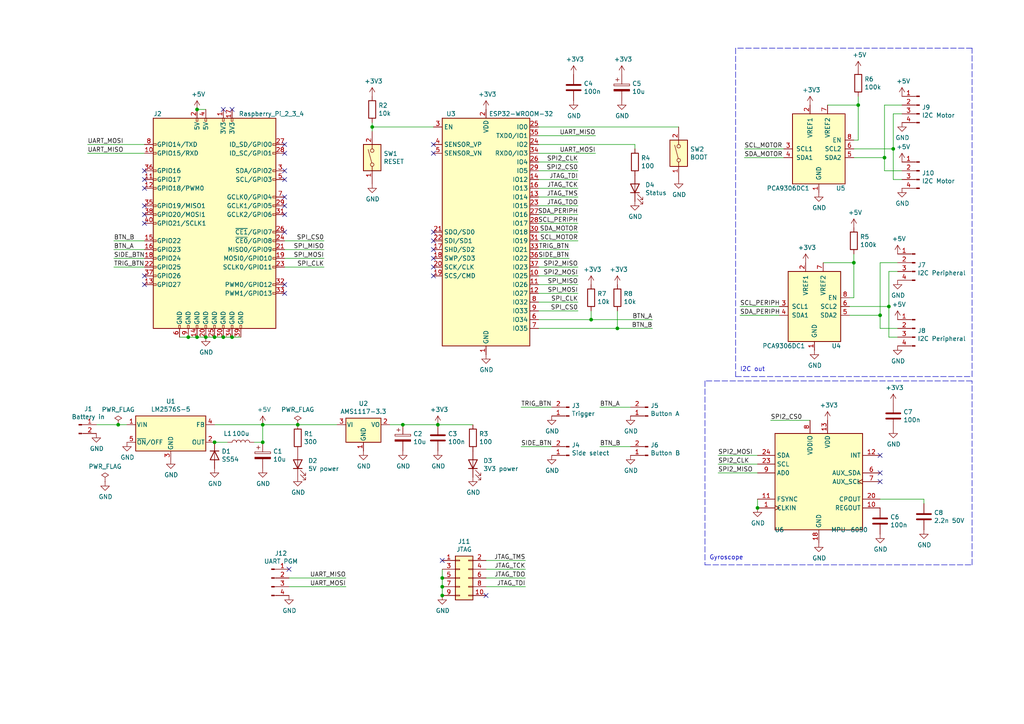
<source format=kicad_sch>
(kicad_sch (version 20211123) (generator eeschema)
  (paper "A4")
  (lib_symbols
    (symbol "Connector:Conn_01x02_Male" (pin_names (offset 1.016) hide)
      (property "Reference" "J" (at 0 2.54 0))
      (property "Value" "Conn_01x02_Male" (at 0 -5.08 0))
      (symbol "Conn_01x02_Male_1_1"
        (pin passive line (at 5.08 0 180) (length 3.81) (name "Pin_1") (number "1"))
        (pin passive line (at 5.08 -2.54 180) (length 3.81) (name "Pin_2") (number "2"))
      )
    )
    (symbol "Connector:Conn_01x04_Male" (pin_names (offset 1.016) hide)
      (property "Reference" "J" (at 0 5.08 0))
      (property "Value" "Conn_01x04_Male" (at 0 -7.62 0))
      (symbol "Conn_01x04_Male_1_1"
        (pin passive line (at 5.08 2.54 180) (length 3.81) (name "Pin_1") (number "1"))
        (pin passive line (at 5.08 0 180) (length 3.81) (name "Pin_2") (number "2"))
        (pin passive line (at 5.08 -2.54 180) (length 3.81) (name "Pin_3") (number "3"))
        (pin passive line (at 5.08 -5.08 180) (length 3.81) (name "Pin_4") (number "4"))
      )
    )
    (symbol "Connector:Raspberry_Pi_2_3" (pin_names (offset 1.016))
      (property "Reference" "J" (at -17.78 31.75 0))
      (property "Value" "Raspberry_Pi_2_3" (at 10.16 -31.75 0))
      (symbol "Raspberry_Pi_2_3_1_1"
        (pin power_in line (at 2.54 33.02 270) (length 2.54) (name "3V3") (number "1"))
        (pin bidirectional line (at -20.32 20.32 0) (length 2.54) (name "GPIO15/RXD") (number "10"))
        (pin bidirectional line (at -20.32 12.7 0) (length 2.54) (name "GPIO17") (number "11"))
        (pin bidirectional line (at -20.32 10.16 0) (length 2.54) (name "GPIO18/PWM0") (number "12"))
        (pin bidirectional line (at -20.32 -17.78 0) (length 2.54) (name "GPIO27") (number "13"))
        (pin power_in line (at -5.08 -33.02 90) (length 2.54) (name "GND") (number "14"))
        (pin bidirectional line (at -20.32 -5.08 0) (length 2.54) (name "GPIO22") (number "15"))
        (pin bidirectional line (at -20.32 -7.62 0) (length 2.54) (name "GPIO23") (number "16"))
        (pin power_in line (at 5.08 33.02 270) (length 2.54) (name "3V3") (number "17"))
        (pin bidirectional line (at -20.32 -10.16 0) (length 2.54) (name "GPIO24") (number "18"))
        (pin bidirectional line (at 20.32 -10.16 180) (length 2.54) (name "MOSI0/GPIO10") (number "19"))
        (pin power_in line (at -5.08 33.02 270) (length 2.54) (name "5V") (number "2"))
        (pin power_in line (at -2.54 -33.02 90) (length 2.54) (name "GND") (number "20"))
        (pin bidirectional line (at 20.32 -7.62 180) (length 2.54) (name "MISO0/GPIO9") (number "21"))
        (pin bidirectional line (at -20.32 -12.7 0) (length 2.54) (name "GPIO25") (number "22"))
        (pin bidirectional line (at 20.32 -12.7 180) (length 2.54) (name "SCLK0/GPIO11") (number "23"))
        (pin bidirectional line (at 20.32 -5.08 180) (length 2.54) (name "~{CE0}/GPIO8") (number "24"))
        (pin power_in line (at 0 -33.02 90) (length 2.54) (name "GND") (number "25"))
        (pin bidirectional line (at 20.32 -2.54 180) (length 2.54) (name "~{CE1}/GPIO7") (number "26"))
        (pin bidirectional line (at 20.32 22.86 180) (length 2.54) (name "ID_SD/GPIO0") (number "27"))
        (pin bidirectional line (at 20.32 20.32 180) (length 2.54) (name "ID_SC/GPIO1") (number "28"))
        (pin bidirectional line (at 20.32 5.08 180) (length 2.54) (name "GCLK1/GPIO5") (number "29"))
        (pin bidirectional line (at 20.32 15.24 180) (length 2.54) (name "SDA/GPIO2") (number "3"))
        (pin power_in line (at 2.54 -33.02 90) (length 2.54) (name "GND") (number "30"))
        (pin bidirectional line (at 20.32 2.54 180) (length 2.54) (name "GCLK2/GPIO6") (number "31"))
        (pin bidirectional line (at 20.32 -17.78 180) (length 2.54) (name "PWM0/GPIO12") (number "32"))
        (pin bidirectional line (at 20.32 -20.32 180) (length 2.54) (name "PWM1/GPIO13") (number "33"))
        (pin power_in line (at 5.08 -33.02 90) (length 2.54) (name "GND") (number "34"))
        (pin bidirectional line (at -20.32 5.08 0) (length 2.54) (name "GPIO19/MISO1") (number "35"))
        (pin bidirectional line (at -20.32 15.24 0) (length 2.54) (name "GPIO16") (number "36"))
        (pin bidirectional line (at -20.32 -15.24 0) (length 2.54) (name "GPIO26") (number "37"))
        (pin bidirectional line (at -20.32 2.54 0) (length 2.54) (name "GPIO20/MOSI1") (number "38"))
        (pin power_in line (at 7.62 -33.02 90) (length 2.54) (name "GND") (number "39"))
        (pin power_in line (at -2.54 33.02 270) (length 2.54) (name "5V") (number "4"))
        (pin bidirectional line (at -20.32 0 0) (length 2.54) (name "GPIO21/SCLK1") (number "40"))
        (pin bidirectional line (at 20.32 12.7 180) (length 2.54) (name "SCL/GPIO3") (number "5"))
        (pin power_in line (at -10.16 -33.02 90) (length 2.54) (name "GND") (number "6"))
        (pin bidirectional line (at 20.32 7.62 180) (length 2.54) (name "GCLK0/GPIO4") (number "7"))
        (pin bidirectional line (at -20.32 22.86 0) (length 2.54) (name "GPIO14/TXD") (number "8"))
        (pin power_in line (at -7.62 -33.02 90) (length 2.54) (name "GND") (number "9"))
      )
    )
    (symbol "Connector_Generic:Conn_02x05_Odd_Even" (pin_names (offset 1.016) hide)
      (property "Reference" "J" (at 1.27 7.62 0))
      (property "Value" "Conn_02x05_Odd_Even" (at 1.27 -7.62 0))
      (symbol "Conn_02x05_Odd_Even_1_1"
        (pin passive line (at -5.08 5.08 0) (length 3.81) (name "Pin_1") (number "1"))
        (pin passive line (at 7.62 -5.08 180) (length 3.81) (name "Pin_10") (number "10"))
        (pin passive line (at 7.62 5.08 180) (length 3.81) (name "Pin_2") (number "2"))
        (pin passive line (at -5.08 2.54 0) (length 3.81) (name "Pin_3") (number "3"))
        (pin passive line (at 7.62 2.54 180) (length 3.81) (name "Pin_4") (number "4"))
        (pin passive line (at -5.08 0 0) (length 3.81) (name "Pin_5") (number "5"))
        (pin passive line (at 7.62 0 180) (length 3.81) (name "Pin_6") (number "6"))
        (pin passive line (at -5.08 -2.54 0) (length 3.81) (name "Pin_7") (number "7"))
        (pin passive line (at 7.62 -2.54 180) (length 3.81) (name "Pin_8") (number "8"))
        (pin passive line (at -5.08 -5.08 0) (length 3.81) (name "Pin_9") (number "9"))
      )
    )
    (symbol "Device:C" (pin_numbers hide) (pin_names (offset 0.254))
      (property "Reference" "C" (at 0.635 2.54 0))
      (property "Value" "C" (at 0.635 -2.54 0))
      (symbol "C_1_1"
        (pin passive line (at 0 3.81 270) (length 2.794) (name "~") (number "1"))
        (pin passive line (at 0 -3.81 90) (length 2.794) (name "~") (number "2"))
      )
    )
    (symbol "Device:D" (pin_numbers hide) (pin_names (offset 1.016) hide)
      (property "Reference" "D" (at 0 2.54 0))
      (property "Value" "D" (at 0 -2.54 0))
      (symbol "D_1_1"
        (pin passive line (at -3.81 0 0) (length 2.54) (name "K") (number "1"))
        (pin passive line (at 3.81 0 180) (length 2.54) (name "A") (number "2"))
      )
    )
    (symbol "Device:L" (pin_numbers hide) (pin_names (offset 1.016) hide)
      (property "Reference" "L" (at -1.27 0 90))
      (property "Value" "L" (at 1.905 0 90))
      (symbol "L_1_1"
        (pin passive line (at 0 3.81 270) (length 1.27) (name "1") (number "1"))
        (pin passive line (at 0 -3.81 90) (length 1.27) (name "2") (number "2"))
      )
    )
    (symbol "Device:LED" (pin_numbers hide) (pin_names (offset 1.016) hide)
      (property "Reference" "D" (at 0 2.54 0))
      (property "Value" "LED" (at 0 -2.54 0))
      (symbol "LED_1_1"
        (pin passive line (at -3.81 0 0) (length 2.54) (name "K") (number "1"))
        (pin passive line (at 3.81 0 180) (length 2.54) (name "A") (number "2"))
      )
    )
    (symbol "Device:R" (pin_numbers hide) (pin_names (offset 0))
      (property "Reference" "R" (at 2.032 0 90))
      (property "Value" "R" (at 0 0 90))
      (symbol "R_1_1"
        (pin passive line (at 0 3.81 270) (length 1.27) (name "~") (number "1"))
        (pin passive line (at 0 -3.81 90) (length 1.27) (name "~") (number "2"))
      )
    )
    (symbol "Interface:PCA9306DC1" (pin_names (offset 1.016))
      (property "Reference" "U" (at -7.62 11.43 0))
      (property "Value" "PCA9306DC1" (at 3.81 11.43 0))
      (symbol "PCA9306DC1_1_1"
        (pin power_in line (at 0 -12.7 90) (length 2.54) (name "GND") (number "1"))
        (pin power_in line (at -2.54 12.7 270) (length 2.54) (name "VREF1") (number "2"))
        (pin bidirectional line (at -10.16 0 0) (length 2.54) (name "SCL1") (number "3"))
        (pin bidirectional line (at -10.16 -2.54 0) (length 2.54) (name "SDA1") (number "4"))
        (pin bidirectional line (at 10.16 -2.54 180) (length 2.54) (name "SDA2") (number "5"))
        (pin bidirectional line (at 10.16 0 180) (length 2.54) (name "SCL2") (number "6"))
        (pin power_in line (at 2.54 12.7 270) (length 2.54) (name "VREF2") (number "7"))
        (pin input line (at 10.16 2.54 180) (length 2.54) (name "EN") (number "8"))
      )
    )
    (symbol "RF_Module:ESP32-WROOM-32"
      (property "Reference" "U" (at -12.7 34.29 0))
      (property "Value" "ESP32-WROOM-32" (at 1.27 34.29 0))
      (symbol "ESP32-WROOM-32_1_1"
        (pin power_in line (at 0 -35.56 90) (length 2.54) (name "GND") (number "1"))
        (pin bidirectional line (at 15.24 -12.7 180) (length 2.54) (name "IO25") (number "10"))
        (pin bidirectional line (at 15.24 -15.24 180) (length 2.54) (name "IO26") (number "11"))
        (pin bidirectional line (at 15.24 -17.78 180) (length 2.54) (name "IO27") (number "12"))
        (pin bidirectional line (at 15.24 10.16 180) (length 2.54) (name "IO14") (number "13"))
        (pin bidirectional line (at 15.24 15.24 180) (length 2.54) (name "IO12") (number "14"))
        (pin passive line (at 0 -35.56 90) (length 2.54) hide (name "GND") (number "15"))
        (pin bidirectional line (at 15.24 12.7 180) (length 2.54) (name "IO13") (number "16"))
        (pin bidirectional line (at -15.24 -5.08 0) (length 2.54) (name "SHD/SD2") (number "17"))
        (pin bidirectional line (at -15.24 -7.62 0) (length 2.54) (name "SWP/SD3") (number "18"))
        (pin bidirectional line (at -15.24 -12.7 0) (length 2.54) (name "SCS/CMD") (number "19"))
        (pin power_in line (at 0 35.56 270) (length 2.54) (name "VDD") (number "2"))
        (pin bidirectional line (at -15.24 -10.16 0) (length 2.54) (name "SCK/CLK") (number "20"))
        (pin bidirectional line (at -15.24 0 0) (length 2.54) (name "SDO/SD0") (number "21"))
        (pin bidirectional line (at -15.24 -2.54 0) (length 2.54) (name "SDI/SD1") (number "22"))
        (pin bidirectional line (at 15.24 7.62 180) (length 2.54) (name "IO15") (number "23"))
        (pin bidirectional line (at 15.24 25.4 180) (length 2.54) (name "IO2") (number "24"))
        (pin bidirectional line (at 15.24 30.48 180) (length 2.54) (name "IO0") (number "25"))
        (pin bidirectional line (at 15.24 20.32 180) (length 2.54) (name "IO4") (number "26"))
        (pin bidirectional line (at 15.24 5.08 180) (length 2.54) (name "IO16") (number "27"))
        (pin bidirectional line (at 15.24 2.54 180) (length 2.54) (name "IO17") (number "28"))
        (pin bidirectional line (at 15.24 17.78 180) (length 2.54) (name "IO5") (number "29"))
        (pin input line (at -15.24 30.48 0) (length 2.54) (name "EN") (number "3"))
        (pin bidirectional line (at 15.24 0 180) (length 2.54) (name "IO18") (number "30"))
        (pin bidirectional line (at 15.24 -2.54 180) (length 2.54) (name "IO19") (number "31"))
        (pin no_connect line (at -12.7 -27.94 0) (length 2.54) hide (name "NC") (number "32"))
        (pin bidirectional line (at 15.24 -5.08 180) (length 2.54) (name "IO21") (number "33"))
        (pin bidirectional line (at 15.24 22.86 180) (length 2.54) (name "RXD0/IO3") (number "34"))
        (pin bidirectional line (at 15.24 27.94 180) (length 2.54) (name "TXD0/IO1") (number "35"))
        (pin bidirectional line (at 15.24 -7.62 180) (length 2.54) (name "IO22") (number "36"))
        (pin bidirectional line (at 15.24 -10.16 180) (length 2.54) (name "IO23") (number "37"))
        (pin passive line (at 0 -35.56 90) (length 2.54) hide (name "GND") (number "38"))
        (pin passive line (at 0 -35.56 90) (length 2.54) hide (name "GND") (number "39"))
        (pin input line (at -15.24 25.4 0) (length 2.54) (name "SENSOR_VP") (number "4"))
        (pin input line (at -15.24 22.86 0) (length 2.54) (name "SENSOR_VN") (number "5"))
        (pin input line (at 15.24 -25.4 180) (length 2.54) (name "IO34") (number "6"))
        (pin input line (at 15.24 -27.94 180) (length 2.54) (name "IO35") (number "7"))
        (pin bidirectional line (at 15.24 -20.32 180) (length 2.54) (name "IO32") (number "8"))
        (pin bidirectional line (at 15.24 -22.86 180) (length 2.54) (name "IO33") (number "9"))
      )
    )
    (symbol "Regulator_Linear:AMS1117-3.3" (pin_names (offset 0.254))
      (property "Reference" "U" (at -3.81 3.175 0))
      (property "Value" "AMS1117-3.3" (at 0 3.175 0))
      (symbol "AMS1117-3.3_1_1"
        (pin power_in line (at 0 -7.62 90) (length 2.54) (name "GND") (number "1"))
        (pin power_out line (at 7.62 0 180) (length 2.54) (name "VO") (number "2"))
        (pin power_in line (at -7.62 0 0) (length 2.54) (name "VI") (number "3"))
      )
    )
    (symbol "Regulator_Switching:LM2576S-5" (pin_names (offset 0.254))
      (property "Reference" "U" (at -10.16 6.35 0))
      (property "Value" "LM2576S-5" (at 0 6.35 0))
      (symbol "LM2576S-5_1_1"
        (pin power_in line (at -12.7 2.54 0) (length 2.54) (name "VIN") (number "1"))
        (pin output line (at 12.7 -2.54 180) (length 2.54) (name "OUT") (number "2"))
        (pin power_in line (at 0 -7.62 90) (length 2.54) (name "GND") (number "3"))
        (pin input line (at 12.7 2.54 180) (length 2.54) (name "FB") (number "4"))
        (pin input line (at -12.7 -2.54 0) (length 2.54) (name "~{ON}/OFF") (number "5"))
      )
    )
    (symbol "Sensor_Motion:MPU-6050"
      (property "Reference" "U" (at -11.43 13.97 0))
      (property "Value" "MPU-6050" (at 7.62 -15.24 0))
      (symbol "MPU-6050_0_0"
        (text "" (at 12.7 -2.54 0) (effects (font (size 1.27 1.27))))
      )
      (symbol "MPU-6050_1_1"
        (pin input clock (at -17.78 -7.62 0) (length 5.08) (name "CLKIN") (number "1"))
        (pin passive line (at 17.78 -7.62 180) (length 5.08) (name "REGOUT") (number "10"))
        (pin input line (at -17.78 -5.08 0) (length 5.08) (name "FSYNC") (number "11"))
        (pin output line (at 17.78 7.62 180) (length 5.08) (name "INT") (number "12"))
        (pin power_in line (at 2.54 17.78 270) (length 3.81) (name "VDD") (number "13"))
        (pin no_connect line (at -12.7 -10.16 0) (length 2.54) hide (name "NC") (number "14"))
        (pin no_connect line (at 12.7 12.7 180) (length 2.54) hide (name "NC") (number "15"))
        (pin no_connect line (at 12.7 10.16 180) (length 2.54) hide (name "NC") (number "16"))
        (pin no_connect line (at 12.7 5.08 180) (length 2.54) hide (name "NC") (number "17"))
        (pin power_in line (at 0 -17.78 90) (length 3.81) (name "GND") (number "18"))
        (pin no_connect line (at 12.7 -10.16 180) (length 2.54) hide (name "NC") (number "19"))
        (pin no_connect line (at -12.7 12.7 0) (length 2.54) hide (name "NC") (number "2"))
        (pin passive line (at 17.78 -5.08 180) (length 5.08) (name "CPOUT") (number "20"))
        (pin no_connect line (at 12.7 -2.54 180) (length 2.54) hide (name "NC") (number "21"))
        (pin no_connect line (at 12.7 -12.7 180) (length 2.54) hide (name "NC") (number "22"))
        (pin input line (at -17.78 5.08 0) (length 5.08) (name "SCL") (number "23"))
        (pin bidirectional line (at -17.78 7.62 0) (length 5.08) (name "SDA") (number "24"))
        (pin no_connect line (at -12.7 10.16 0) (length 2.54) hide (name "NC") (number "3"))
        (pin no_connect line (at -12.7 0 0) (length 2.54) hide (name "NC") (number "4"))
        (pin no_connect line (at -12.7 -2.54 0) (length 2.54) hide (name "NC") (number "5"))
        (pin bidirectional line (at 17.78 2.54 180) (length 5.08) (name "AUX_SDA") (number "6"))
        (pin output clock (at 17.78 0 180) (length 5.08) (name "AUX_SCL") (number "7"))
        (pin power_in line (at -2.54 17.78 270) (length 3.81) (name "VDDIO") (number "8"))
        (pin input line (at -17.78 2.54 0) (length 5.08) (name "AD0") (number "9"))
      )
    )
    (symbol "Switch:SW_DIP_x01" (pin_names (offset 0) hide)
      (property "Reference" "SW" (at 0 3.81 0))
      (property "Value" "SW_DIP_x01" (at 0 -3.81 0))
      (symbol "SW_DIP_x01_1_1"
        (pin passive line (at -7.62 0 0) (length 5.08) (name "~") (number "1"))
        (pin passive line (at 7.62 0 180) (length 5.08) (name "~") (number "2"))
      )
    )
    (symbol "main_board-rescue:CP-Device" (pin_numbers hide) (pin_names (offset 0.254))
      (property "Reference" "C" (at 0.635 2.54 0))
      (property "Value" "CP-Device" (at 0.635 -2.54 0))
      (symbol "CP-Device_1_1"
        (pin passive line (at 0 3.81 270) (length 2.794) (name "~") (number "1"))
        (pin passive line (at 0 -3.81 90) (length 2.794) (name "~") (number "2"))
      )
    )
    (symbol "power:+3V3" (power) (pin_names (offset 0))
      (property "Value" "+3V3" (at 0 3.556 0))
      (symbol "+3V3_1_1"
        (pin power_in line (at 0 0 90) (length 0) hide (name "+3V3") (number "1"))
      )
    )
    (symbol "power:+5V" (power) (pin_names (offset 0))
      (property "Value" "+5V" (at 0 3.556 0))
      (symbol "+5V_1_1"
        (pin power_in line (at 0 0 90) (length 0) hide (name "+5V") (number "1"))
      )
    )
    (symbol "power:GND" (power) (pin_names (offset 0))
      (property "Value" "GND" (at 0 -3.81 0))
      (symbol "GND_1_1"
        (pin power_in line (at 0 0 270) (length 0) hide (name "GND") (number "1"))
      )
    )
    (symbol "power:PWR_FLAG" (power) (pin_numbers hide) (pin_names (offset 0) hide)
      (property "Value" "PWR_FLAG" (at 0 3.81 0))
      (symbol "PWR_FLAG_0_0"
        (pin power_out line (at 0 0 90) (length 0) (name "pwr") (number "1"))
      )
    )
  )
  (junction (at 128.27 172.72))
  (junction (at 179.07 95.25))
  (junction (at 127 123.19))
  (junction (at 57.15 97.79))
  (junction (at 248.92 30.48))
  (junction (at 128.27 170.18))
  (junction (at 57.15 31.75))
  (junction (at 34.29 123.19))
  (junction (at 247.65 76.2))
  (junction (at 76.2 123.19))
  (junction (at 76.2 128.27))
  (junction (at 259.08 43.18))
  (junction (at 86.36 123.19))
  (junction (at 62.23 128.27))
  (junction (at 257.81 88.9))
  (junction (at 59.69 97.79))
  (junction (at 54.61 97.79))
  (junction (at 62.23 97.79))
  (junction (at 128.27 167.64))
  (junction (at 64.77 97.79))
  (junction (at 256.54 45.72))
  (junction (at 219.71 147.32))
  (junction (at 116.84 123.19))
  (junction (at 107.95 36.83))
  (junction (at 255.27 91.44))
  (junction (at 67.31 97.79))
  (junction (at 171.45 92.71))
  (no_connect (at 125.73 77.47))
  (no_connect (at 64.77 31.75))
  (no_connect (at 41.91 49.53))
  (no_connect (at 255.27 137.16))
  (no_connect (at 82.55 85.09))
  (no_connect (at 41.91 82.55))
  (no_connect (at 125.73 72.39))
  (no_connect (at 82.55 59.69))
  (no_connect (at 82.55 57.15))
  (no_connect (at 125.73 80.01))
  (no_connect (at 82.55 41.91))
  (no_connect (at 82.55 44.45))
  (no_connect (at 255.27 139.7))
  (no_connect (at 82.55 82.55))
  (no_connect (at 41.91 62.23))
  (no_connect (at 125.73 44.45))
  (no_connect (at 67.31 31.75))
  (no_connect (at 82.55 62.23))
  (no_connect (at 125.73 41.91))
  (no_connect (at 125.73 69.85))
  (no_connect (at 83.82 165.1))
  (no_connect (at 128.27 162.56))
  (no_connect (at 41.91 52.07))
  (no_connect (at 41.91 59.69))
  (no_connect (at 82.55 52.07))
  (no_connect (at 82.55 49.53))
  (no_connect (at 140.97 172.72))
  (no_connect (at 41.91 80.01))
  (no_connect (at 82.55 67.31))
  (no_connect (at 255.27 132.08))
  (no_connect (at 125.73 74.93))
  (no_connect (at 41.91 54.61))
  (no_connect (at 125.73 67.31))
  (no_connect (at 41.91 64.77))
  (wire (pts (xy 256.54 45.72) (xy 256.54 30.48)))
  (wire (pts (xy 255.27 76.2) (xy 260.35 76.2)))
  (wire (pts (xy 69.85 97.79) (xy 67.31 97.79)))
  (wire (pts (xy 227.33 43.18) (xy 215.9 43.18)))
  (wire (pts (xy 248.92 30.48) (xy 248.92 27.94)))
  (wire (pts (xy 156.21 92.71) (xy 171.45 92.71)))
  (wire (pts (xy 255.27 144.78) (xy 267.97 144.78)))
  (wire (pts (xy 156.21 39.37) (xy 172.72 39.37)))
  (wire (pts (xy 156.21 44.45) (xy 172.72 44.45)))
  (wire (pts (xy 140.97 162.56) (xy 152.4 162.56)))
  (wire (pts (xy 156.21 49.53) (xy 167.64 49.53)))
  (wire (pts (xy 156.21 74.93) (xy 165.1 74.93)))
  (polyline (pts (xy 281.94 110.49) (xy 204.47 110.49)))
  (wire (pts (xy 41.91 72.39) (xy 33.02 72.39)))
  (wire (pts (xy 156.21 64.77) (xy 167.64 64.77)))
  (wire (pts (xy 140.97 165.1) (xy 152.4 165.1)))
  (wire (pts (xy 182.88 118.11) (xy 173.99 118.11)))
  (wire (pts (xy 116.84 123.19) (xy 113.03 123.19)))
  (wire (pts (xy 247.65 86.36) (xy 247.65 76.2)))
  (wire (pts (xy 227.33 45.72) (xy 215.9 45.72)))
  (wire (pts (xy 156.21 46.99) (xy 167.64 46.99)))
  (wire (pts (xy 156.21 87.63) (xy 167.64 87.63)))
  (wire (pts (xy 247.65 43.18) (xy 259.08 43.18)))
  (wire (pts (xy 82.55 72.39) (xy 93.98 72.39)))
  (wire (pts (xy 82.55 69.85) (xy 93.98 69.85)))
  (wire (pts (xy 171.45 92.71) (xy 189.23 92.71)))
  (wire (pts (xy 256.54 45.72) (xy 256.54 49.53)))
  (wire (pts (xy 256.54 49.53) (xy 261.62 49.53)))
  (wire (pts (xy 41.91 74.93) (xy 33.02 74.93)))
  (wire (pts (xy 73.66 128.27) (xy 76.2 128.27)))
  (polyline (pts (xy 213.36 109.22) (xy 281.94 109.22)))
  (wire (pts (xy 257.81 78.74) (xy 260.35 78.74)))
  (wire (pts (xy 156.21 90.17) (xy 167.64 90.17)))
  (wire (pts (xy 257.81 88.9) (xy 257.81 97.79)))
  (wire (pts (xy 219.71 147.32) (xy 219.71 144.78)))
  (wire (pts (xy 156.21 72.39) (xy 165.1 72.39)))
  (wire (pts (xy 82.55 77.47) (xy 93.98 77.47)))
  (wire (pts (xy 246.38 88.9) (xy 257.81 88.9)))
  (wire (pts (xy 137.16 123.19) (xy 127 123.19)))
  (wire (pts (xy 255.27 91.44) (xy 255.27 76.2)))
  (wire (pts (xy 156.21 62.23) (xy 167.64 62.23)))
  (wire (pts (xy 156.21 52.07) (xy 167.64 52.07)))
  (wire (pts (xy 259.08 33.02) (xy 261.62 33.02)))
  (wire (pts (xy 41.91 41.91) (xy 25.4 41.91)))
  (polyline (pts (xy 204.47 163.83) (xy 281.94 163.83)))
  (wire (pts (xy 238.76 76.2) (xy 247.65 76.2)))
  (wire (pts (xy 255.27 95.25) (xy 260.35 95.25)))
  (wire (pts (xy 160.02 118.11) (xy 151.13 118.11)))
  (wire (pts (xy 156.21 67.31) (xy 167.64 67.31)))
  (wire (pts (xy 82.55 74.93) (xy 93.98 74.93)))
  (wire (pts (xy 156.21 57.15) (xy 167.64 57.15)))
  (wire (pts (xy 259.08 43.18) (xy 259.08 33.02)))
  (wire (pts (xy 248.92 40.64) (xy 248.92 30.48)))
  (wire (pts (xy 219.71 134.62) (xy 208.28 134.62)))
  (wire (pts (xy 83.82 167.64) (xy 100.33 167.64)))
  (wire (pts (xy 156.21 36.83) (xy 196.85 36.83)))
  (wire (pts (xy 246.38 86.36) (xy 247.65 86.36)))
  (wire (pts (xy 127 123.19) (xy 116.84 123.19)))
  (polyline (pts (xy 213.36 13.97) (xy 213.36 109.22)))
  (wire (pts (xy 267.97 144.78) (xy 267.97 146.05)))
  (wire (pts (xy 128.27 170.18) (xy 128.27 172.72)))
  (polyline (pts (xy 204.47 110.49) (xy 204.47 163.83)))
  (wire (pts (xy 247.65 45.72) (xy 256.54 45.72)))
  (wire (pts (xy 128.27 165.1) (xy 128.27 167.64)))
  (wire (pts (xy 247.65 40.64) (xy 248.92 40.64)))
  (wire (pts (xy 57.15 97.79) (xy 54.61 97.79)))
  (wire (pts (xy 257.81 97.79) (xy 260.35 97.79)))
  (wire (pts (xy 226.06 91.44) (xy 214.63 91.44)))
  (wire (pts (xy 59.69 97.79) (xy 57.15 97.79)))
  (wire (pts (xy 156.21 41.91) (xy 184.15 41.91)))
  (wire (pts (xy 156.21 95.25) (xy 179.07 95.25)))
  (wire (pts (xy 107.95 36.83) (xy 125.73 36.83)))
  (wire (pts (xy 59.69 31.75) (xy 57.15 31.75)))
  (wire (pts (xy 128.27 167.64) (xy 128.27 170.18)))
  (wire (pts (xy 52.07 97.79) (xy 54.61 97.79)))
  (wire (pts (xy 34.29 123.19) (xy 36.83 123.19)))
  (wire (pts (xy 156.21 69.85) (xy 167.64 69.85)))
  (wire (pts (xy 171.45 90.17) (xy 171.45 92.71)))
  (wire (pts (xy 179.07 90.17) (xy 179.07 95.25)))
  (wire (pts (xy 160.02 129.54) (xy 151.13 129.54)))
  (wire (pts (xy 64.77 97.79) (xy 62.23 97.79)))
  (wire (pts (xy 156.21 59.69) (xy 167.64 59.69)))
  (wire (pts (xy 76.2 128.27) (xy 76.2 123.19)))
  (wire (pts (xy 255.27 91.44) (xy 255.27 95.25)))
  (wire (pts (xy 62.23 128.27) (xy 66.04 128.27)))
  (polyline (pts (xy 281.94 163.83) (xy 281.94 110.49)))
  (wire (pts (xy 97.79 123.19) (xy 86.36 123.19)))
  (wire (pts (xy 62.23 123.19) (xy 76.2 123.19)))
  (wire (pts (xy 41.91 69.85) (xy 33.02 69.85)))
  (wire (pts (xy 83.82 170.18) (xy 100.33 170.18)))
  (wire (pts (xy 156.21 85.09) (xy 167.64 85.09)))
  (wire (pts (xy 67.31 97.79) (xy 64.77 97.79)))
  (wire (pts (xy 107.95 36.83) (xy 107.95 35.56)))
  (wire (pts (xy 226.06 88.9) (xy 214.63 88.9)))
  (wire (pts (xy 259.08 43.18) (xy 259.08 52.07)))
  (wire (pts (xy 107.95 38.1) (xy 107.95 36.83)))
  (wire (pts (xy 62.23 97.79) (xy 59.69 97.79)))
  (wire (pts (xy 257.81 88.9) (xy 257.81 78.74)))
  (wire (pts (xy 156.21 82.55) (xy 167.64 82.55)))
  (wire (pts (xy 184.15 41.91) (xy 184.15 43.18)))
  (wire (pts (xy 27.94 123.19) (xy 34.29 123.19)))
  (wire (pts (xy 156.21 77.47) (xy 167.64 77.47)))
  (wire (pts (xy 41.91 77.47) (xy 33.02 77.47)))
  (wire (pts (xy 247.65 76.2) (xy 247.65 73.66)))
  (wire (pts (xy 156.21 54.61) (xy 167.64 54.61)))
  (wire (pts (xy 219.71 137.16) (xy 208.28 137.16)))
  (wire (pts (xy 41.91 44.45) (xy 25.4 44.45)))
  (wire (pts (xy 182.88 129.54) (xy 173.99 129.54)))
  (wire (pts (xy 246.38 91.44) (xy 255.27 91.44)))
  (wire (pts (xy 156.21 80.01) (xy 167.64 80.01)))
  (wire (pts (xy 179.07 95.25) (xy 189.23 95.25)))
  (wire (pts (xy 234.95 121.92) (xy 223.52 121.92)))
  (wire (pts (xy 256.54 30.48) (xy 261.62 30.48)))
  (wire (pts (xy 140.97 167.64) (xy 152.4 167.64)))
  (wire (pts (xy 86.36 123.19) (xy 76.2 123.19)))
  (wire (pts (xy 219.71 132.08) (xy 208.28 132.08)))
  (wire (pts (xy 140.97 170.18) (xy 152.4 170.18)))
  (wire (pts (xy 240.03 30.48) (xy 248.92 30.48)))
  (polyline (pts (xy 281.94 13.97) (xy 213.36 13.97)))
  (polyline (pts (xy 281.94 109.22) (xy 281.94 13.97)))
  (wire (pts (xy 259.08 52.07) (xy 261.62 52.07)))
  (text "Gyroscope" (at 205.74 162.56 0) (effects (font (size 1.27 1.27)) (justify left bottom)))
  (text "I2C out" (at 214.63 107.95 0) (effects (font (size 1.27 1.27)) (justify left bottom)))
  (label "JTAG_TCK" (at 167.64 54.61 180))
  (label "BTN_A" (at 33.02 72.39 0))
  (label "SCL_MOTOR" (at 215.9 43.18 0))
  (label "TRIG_BTN" (at 151.13 118.11 0))
  (label "SIDE_BTN" (at 33.02 74.93 0))
  (label "JTAG_TCK" (at 152.4 165.1 180))
  (label "JTAG_TDO" (at 152.4 167.64 180))
  (label "SPI2_MOSI" (at 208.28 132.08 0))
  (label "SPI2_CS0" (at 167.64 49.53 180))
  (label "SPI_CS0" (at 167.64 90.17 180))
  (label "SPI2_MOSI" (at 167.64 80.01 180))
  (label "SPI_CLK" (at 93.98 77.47 180))
  (label "UART_MISO" (at 100.33 167.64 180))
  (label "SIDE_BTN" (at 151.13 129.54 0))
  (label "JTAG_TDO" (at 167.64 59.69 180))
  (label "BTN_A" (at 189.23 92.71 180))
  (label "SPI2_MISO" (at 208.28 137.16 0))
  (label "BTN_B" (at 189.23 95.25 180))
  (label "SCL_MOTOR" (at 167.64 69.85 180))
  (label "UART_MOSI" (at 172.72 44.45 180))
  (label "UART_MISO" (at 172.72 39.37 180))
  (label "SPI_MOSI" (at 167.64 85.09 180))
  (label "JTAG_TMS" (at 167.64 57.15 180))
  (label "SPI2_CLK" (at 167.64 46.99 180))
  (label "SPI_CS0" (at 93.98 69.85 180))
  (label "UART_MISO" (at 25.4 44.45 0))
  (label "SCL_PERIPH" (at 167.64 64.77 180))
  (label "SPI_MISO" (at 167.64 82.55 180))
  (label "SDA_PERIPH" (at 214.63 91.44 0))
  (label "SPI_MISO" (at 93.98 72.39 180))
  (label "TRIG_BTN" (at 165.1 72.39 180))
  (label "SPI_MOSI" (at 93.98 74.93 180))
  (label "SPI2_CLK" (at 208.28 134.62 0))
  (label "SPI_CLK" (at 167.64 87.63 180))
  (label "SDA_MOTOR" (at 167.64 67.31 180))
  (label "SCL_PERIPH" (at 214.63 88.9 0))
  (label "BTN_A" (at 173.99 118.11 0))
  (label "BTN_B" (at 173.99 129.54 0))
  (label "TRIG_BTN" (at 33.02 77.47 0))
  (label "UART_MOSI" (at 25.4 41.91 0))
  (label "UART_MOSI" (at 100.33 170.18 180))
  (label "SIDE_BTN" (at 165.1 74.93 180))
  (label "BTN_B" (at 33.02 69.85 0))
  (label "JTAG_TMS" (at 152.4 162.56 180))
  (label "SDA_PERIPH" (at 167.64 62.23 180))
  (label "SDA_MOTOR" (at 215.9 45.72 0))
  (label "SPI2_CS0" (at 223.52 121.92 0))
  (label "SPI2_MISO" (at 167.64 77.47 180))
  (label "JTAG_TDI" (at 167.64 52.07 180))
  (label "JTAG_TDI" (at 152.4 170.18 180))
  (symbol (lib_id "Connector:Raspberry_Pi_2_3") (at 62.23 64.77 0) (unit 1)
    (property "Reference" "J2" (at 45.72 33.02 0))
    (property "Value" "Raspberry_Pi_2_3_4" (at 78.74 33.02 0))
    (property "Footprint" "Connector_PinHeader_2.54mm:PinHeader_2x20_P2.54mm_Vertical" (effects hide))
    (property "Datasheet" "https://www.raspberrypi.org/documentation/hardware/raspberrypi/schematics/rpi_SCH_3bplus_1p0_reduced.pdf" (effects hide))
  )
  (symbol (lib_id "RF_Module:ESP32-WROOM-32") (at 140.97 67.31 0) (unit 1)
    (property "Reference" "U3" (at 130.81 33.02 0))
    (property "Value" "ESP32-WROOM-32" (at 151.13 33.02 0))
    (property "Footprint" "RF_Module:ESP32-WROOM-32" (effects hide))
    (property "Datasheet" "https://www.espressif.com/sites/default/files/documentation/esp32-wroom-32_datasheet_en.pdf" (effects hide))
    (property "LCSC" "C82899" (effects hide))
  )
  (symbol (lib_id "power:GND") (at 59.69 97.79 0) (unit 1)
    (property "Reference" "#PWR05" (effects hide))
    (property "Value" "GND" (at 59.817 102.1842 0))
  )
  (symbol (lib_id "power:GND") (at 140.97 102.87 0) (unit 1)
    (property "Reference" "#PWR018" (effects hide))
    (property "Value" "GND" (at 141.097 107.2642 0))
  )
  (symbol (lib_id "power:+3V3") (at 140.97 31.75 0) (unit 1)
    (property "Reference" "#PWR017" (effects hide))
    (property "Value" "+3V3" (at 141.351 27.3558 0))
  )
  (symbol (lib_id "Sensor_Motion:MPU-6050") (at 237.49 139.7 0) (unit 1)
    (property "Reference" "U6" (at 226.06 153.67 0))
    (property "Value" "MPU-6050" (at 246.38 153.67 0))
    (property "Footprint" "Sensor_Motion:InvenSense_QFN-24_4x4mm_P0.5mm" (effects hide))
    (property "Datasheet" "https://store.invensense.com/datasheets/invensense/MPU-6050_DataSheet_V3%204.pdf" (effects hide))
    (property "LCSC" "C24112" (effects hide))
  )
  (symbol (lib_id "power:+3V3") (at 234.95 30.48 0) (unit 1)
    (property "Reference" "#PWR031" (effects hide))
    (property "Value" "+3V3" (at 235.331 26.0858 0))
  )
  (symbol (lib_id "power:+5V") (at 248.92 20.32 0) (unit 1)
    (property "Reference" "#PWR037" (effects hide))
    (property "Value" "+5V" (at 249.301 15.9258 0))
  )
  (symbol (lib_id "Device:R") (at 248.92 24.13 0) (unit 1)
    (property "Reference" "R6" (at 250.698 22.9616 0) (effects (justify left)))
    (property "Value" "100k" (at 250.698 25.273 0) (effects (justify left)))
    (property "Footprint" "Resistor_SMD:R_1206_3216Metric" (effects hide))
    (property "LCSC" "C17900" (effects hide))
  )
  (symbol (lib_id "Regulator_Switching:LM2576S-5") (at 49.53 125.73 0) (unit 1)
    (property "Reference" "U1" (at 49.53 116.4082 0))
    (property "Value" "LM2576S-5" (at 49.53 118.7196 0))
    (property "Footprint" "Package_TO_SOT_SMD:TO-263-5_TabPin3" (effects hide))
    (property "Datasheet" "http://www.ti.com/lit/ds/symlink/lm2576.pdf" (effects hide))
    (property "LCSC" "C34465" (effects hide))
  )
  (symbol (lib_id "power:GND") (at 237.49 55.88 0) (unit 1)
    (property "Reference" "#PWR033" (effects hide))
    (property "Value" "GND" (at 237.617 60.2742 0))
  )
  (symbol (lib_id "Connector:Conn_01x02_Male") (at 22.86 123.19 0) (unit 1)
    (property "Reference" "J1" (at 25.6032 118.5926 0))
    (property "Value" "Battery in" (at 25.6032 120.904 0))
    (property "Footprint" "Connector_BarrelJack:BarrelJack_Horizontal" (effects hide))
  )
  (symbol (lib_id "Connector:Conn_01x04_Male") (at 266.7 30.48 0) (mirror y) (unit 1)
    (property "Reference" "J9" (at 267.4112 31.1404 0) (effects (justify right)))
    (property "Value" "I2C Motor" (at 267.4112 33.4518 0) (effects (justify right)))
    (property "Footprint" "Connector_Molex:Molex_KK-254_AE-6410-04A_1x04_P2.54mm_Vertical" (effects hide))
  )
  (symbol (lib_id "power:GND") (at 27.94 125.73 0) (unit 1)
    (property "Reference" "#PWR01" (effects hide))
    (property "Value" "GND" (at 28.067 130.1242 0))
  )
  (symbol (lib_id "power:GND") (at 261.62 35.56 0) (unit 1)
    (property "Reference" "#PWR046" (effects hide))
    (property "Value" "GND" (at 261.747 39.9542 0))
  )
  (symbol (lib_id "power:+5V") (at 261.62 27.94 0) (unit 1)
    (property "Reference" "#PWR045" (effects hide))
    (property "Value" "+5V" (at 262.001 23.5458 0))
  )
  (symbol (lib_id "power:GND") (at 36.83 128.27 0) (unit 1)
    (property "Reference" "#PWR02" (effects hide))
    (property "Value" "GND" (at 36.957 132.6642 0))
  )
  (symbol (lib_id "power:GND") (at 49.53 133.35 0) (unit 1)
    (property "Reference" "#PWR03" (effects hide))
    (property "Value" "GND" (at 49.657 137.7442 0))
  )
  (symbol (lib_id "Device:D") (at 62.23 132.08 270) (unit 1)
    (property "Reference" "D1" (at 64.262 130.9116 90) (effects (justify left)))
    (property "Value" "SS54" (at 64.262 133.223 90) (effects (justify left)))
    (property "Footprint" "Diode_SMD:D_SMA" (effects hide))
    (property "LCSC" "C22452" (effects hide))
  )
  (symbol (lib_id "power:GND") (at 62.23 135.89 0) (unit 1)
    (property "Reference" "#PWR06" (effects hide))
    (property "Value" "GND" (at 62.357 140.2842 0))
  )
  (symbol (lib_id "Device:L") (at 69.85 128.27 90) (unit 1)
    (property "Reference" "L1" (at 66.04 125.73 90))
    (property "Value" "100u" (at 69.85 125.7554 90))
    (property "Footprint" "Inductor_SMD:L_12x12mm_H6mm" (effects hide))
    (property "LCSC" "C169378" (effects hide))
  )
  (symbol (lib_id "Connector:Conn_01x04_Male") (at 266.7 49.53 0) (mirror y) (unit 1)
    (property "Reference" "J10" (at 267.4112 50.1904 0) (effects (justify right)))
    (property "Value" "I2C Motor" (at 267.4112 52.5018 0) (effects (justify right)))
    (property "Footprint" "Connector_Molex:Molex_KK-254_AE-6410-04A_1x04_P2.54mm_Vertical" (effects hide))
  )
  (symbol (lib_id "power:GND") (at 261.62 54.61 0) (unit 1)
    (property "Reference" "#PWR048" (effects hide))
    (property "Value" "GND" (at 261.747 59.0042 0))
  )
  (symbol (lib_id "power:+5V") (at 261.62 46.99 0) (unit 1)
    (property "Reference" "#PWR047" (effects hide))
    (property "Value" "+5V" (at 262.001 42.5958 0))
  )
  (symbol (lib_id "main_board-rescue:CP-Device") (at 76.2 132.08 0) (unit 1)
    (property "Reference" "C1" (at 79.1972 130.9116 0) (effects (justify left)))
    (property "Value" "10u" (at 79.1972 133.223 0) (effects (justify left)))
    (property "Footprint" "Capacitor_THT:CP_Radial_D6.3mm_P2.50mm" (effects hide))
  )
  (symbol (lib_id "power:GND") (at 76.2 135.89 0) (unit 1)
    (property "Reference" "#PWR08" (effects hide))
    (property "Value" "GND" (at 76.327 140.2842 0))
  )
  (symbol (lib_id "power:+5V") (at 76.2 123.19 0) (unit 1)
    (property "Reference" "#PWR07" (effects hide))
    (property "Value" "+5V" (at 76.581 118.7958 0))
  )
  (symbol (lib_id "power:+3V3") (at 233.68 76.2 0) (unit 1)
    (property "Reference" "#PWR030" (effects hide))
    (property "Value" "+3V3" (at 234.061 71.8058 0))
  )
  (symbol (lib_id "power:+5V") (at 247.65 66.04 0) (unit 1)
    (property "Reference" "#PWR036" (effects hide))
    (property "Value" "+5V" (at 248.031 61.6458 0))
  )
  (symbol (lib_id "Device:R") (at 247.65 69.85 0) (unit 1)
    (property "Reference" "R5" (at 249.428 68.6816 0) (effects (justify left)))
    (property "Value" "100k" (at 249.428 70.993 0) (effects (justify left)))
    (property "Footprint" "Resistor_SMD:R_1206_3216Metric" (effects hide))
    (property "LCSC" "C17900" (effects hide))
  )
  (symbol (lib_id "power:GND") (at 236.22 101.6 0) (unit 1)
    (property "Reference" "#PWR032" (effects hide))
    (property "Value" "GND" (at 236.347 105.9942 0))
  )
  (symbol (lib_id "Connector:Conn_01x04_Male") (at 265.43 76.2 0) (mirror y) (unit 1)
    (property "Reference" "J7" (at 266.1412 76.8604 0) (effects (justify right)))
    (property "Value" "I2C Peripheral" (at 266.1412 79.1718 0) (effects (justify right)))
    (property "Footprint" "Connector_Molex:Molex_KK-254_AE-6410-04A_1x04_P2.54mm_Vertical" (effects hide))
  )
  (symbol (lib_id "power:GND") (at 260.35 81.28 0) (unit 1)
    (property "Reference" "#PWR042" (effects hide))
    (property "Value" "GND" (at 260.477 85.6742 0))
  )
  (symbol (lib_id "power:+5V") (at 260.35 73.66 0) (unit 1)
    (property "Reference" "#PWR041" (effects hide))
    (property "Value" "+5V" (at 260.731 69.2658 0))
  )
  (symbol (lib_id "Connector:Conn_01x04_Male") (at 265.43 95.25 0) (mirror y) (unit 1)
    (property "Reference" "J8" (at 266.1412 95.9104 0) (effects (justify right)))
    (property "Value" "I2C Peripheral" (at 266.1412 98.2218 0) (effects (justify right)))
    (property "Footprint" "Connector_Molex:Molex_KK-254_AE-6410-04A_1x04_P2.54mm_Vertical" (effects hide))
  )
  (symbol (lib_id "power:GND") (at 260.35 100.33 0) (unit 1)
    (property "Reference" "#PWR044" (effects hide))
    (property "Value" "GND" (at 260.477 104.7242 0))
  )
  (symbol (lib_id "power:+5V") (at 260.35 92.71 0) (unit 1)
    (property "Reference" "#PWR043" (effects hide))
    (property "Value" "+5V" (at 260.731 88.3158 0))
  )
  (symbol (lib_id "power:GND") (at 237.49 157.48 0) (unit 1)
    (property "Reference" "#PWR035" (effects hide))
    (property "Value" "GND" (at 237.617 161.8742 0))
  )
  (symbol (lib_id "power:+3V3") (at 240.03 121.92 0) (unit 1)
    (property "Reference" "#PWR034" (effects hide))
    (property "Value" "+3V3" (at 240.411 117.5258 0))
  )
  (symbol (lib_id "Device:C") (at 259.08 120.65 0) (unit 1)
    (property "Reference" "C7" (at 262.001 119.4816 0) (effects (justify left)))
    (property "Value" "100n" (at 262.001 121.793 0) (effects (justify left)))
    (property "Footprint" "Capacitor_SMD:C_0805_2012Metric" (effects hide))
    (property "LCSC" "C28233" (effects hide))
  )
  (symbol (lib_id "power:GND") (at 259.08 124.46 0) (unit 1)
    (property "Reference" "#PWR040" (effects hide))
    (property "Value" "GND" (at 259.207 128.8542 0))
  )
  (symbol (lib_id "power:+3V3") (at 259.08 116.84 0) (unit 1)
    (property "Reference" "#PWR039" (effects hide))
    (property "Value" "+3V3" (at 259.461 112.4458 0))
  )
  (symbol (lib_id "Device:C") (at 267.97 149.86 0) (unit 1)
    (property "Reference" "C8" (at 270.891 148.6916 0) (effects (justify left)))
    (property "Value" "2.2n 50V" (at 270.891 151.003 0) (effects (justify left)))
    (property "Footprint" "Capacitor_SMD:C_0805_2012Metric" (effects hide))
    (property "LCSC" "C28260" (effects hide))
  )
  (symbol (lib_id "power:GND") (at 267.97 153.67 0) (unit 1)
    (property "Reference" "#PWR049" (effects hide))
    (property "Value" "GND" (at 268.097 158.0642 0))
  )
  (symbol (lib_id "Device:C") (at 255.27 151.13 0) (unit 1)
    (property "Reference" "C6" (at 258.191 149.9616 0) (effects (justify left)))
    (property "Value" "100n" (at 258.191 152.273 0) (effects (justify left)))
    (property "Footprint" "Capacitor_SMD:C_0805_2012Metric" (effects hide))
    (property "LCSC" "C28233" (effects hide))
  )
  (symbol (lib_id "power:GND") (at 255.27 154.94 0) (unit 1)
    (property "Reference" "#PWR038" (effects hide))
    (property "Value" "GND" (at 255.397 159.3342 0))
  )
  (symbol (lib_id "power:GND") (at 219.71 147.32 0) (unit 1)
    (property "Reference" "#PWR029" (effects hide))
    (property "Value" "GND" (at 219.837 151.7142 0))
  )
  (symbol (lib_id "Device:LED") (at 86.36 134.62 90) (unit 1)
    (property "Reference" "D2" (at 89.3572 133.6294 90) (effects (justify right)))
    (property "Value" "5V power" (at 89.3572 135.9408 90) (effects (justify right)))
    (property "Footprint" "LED_SMD:LED_0603_1608Metric" (effects hide))
    (property "LCSC" "C72038" (effects hide))
  )
  (symbol (lib_id "Device:R") (at 86.36 127 0) (unit 1)
    (property "Reference" "R1" (at 88.138 125.8316 0) (effects (justify left)))
    (property "Value" "300" (at 88.138 128.143 0) (effects (justify left)))
    (property "Footprint" "Resistor_SMD:R_1206_3216Metric" (effects hide))
    (property "LCSC" "C17887" (effects hide))
  )
  (symbol (lib_id "power:GND") (at 86.36 138.43 0) (unit 1)
    (property "Reference" "#PWR09" (effects hide))
    (property "Value" "GND" (at 86.487 142.8242 0))
  )
  (symbol (lib_id "Regulator_Linear:AMS1117-3.3") (at 105.41 123.19 0) (unit 1)
    (property "Reference" "U2" (at 105.41 117.0432 0))
    (property "Value" "AMS1117-3.3" (at 105.41 119.3546 0))
    (property "Footprint" "Package_TO_SOT_SMD:SOT-223-3_TabPin2" (effects hide))
    (property "Datasheet" "http://www.advanced-monolithic.com/pdf/ds1117.pdf" (effects hide))
    (property "LCSC" "C6186" (effects hide))
  )
  (symbol (lib_id "power:GND") (at 105.41 130.81 0) (unit 1)
    (property "Reference" "#PWR010" (effects hide))
    (property "Value" "GND" (at 105.537 135.2042 0))
  )
  (symbol (lib_id "main_board-rescue:CP-Device") (at 116.84 127 0) (unit 1)
    (property "Reference" "C2" (at 119.8372 125.8316 0) (effects (justify left)))
    (property "Value" "10u" (at 119.8372 128.143 0) (effects (justify left)))
    (property "Footprint" "Capacitor_THT:CP_Radial_D6.3mm_P2.50mm" (effects hide))
  )
  (symbol (lib_id "Device:C") (at 127 127 0) (unit 1)
    (property "Reference" "C3" (at 129.921 125.8316 0) (effects (justify left)))
    (property "Value" "100n" (at 129.921 128.143 0) (effects (justify left)))
    (property "Footprint" "Capacitor_SMD:C_0805_2012Metric" (effects hide))
    (property "LCSC" "C28233" (effects hide))
  )
  (symbol (lib_id "power:GND") (at 116.84 130.81 0) (unit 1)
    (property "Reference" "#PWR013" (effects hide))
    (property "Value" "GND" (at 116.967 135.2042 0))
  )
  (symbol (lib_id "power:GND") (at 127 130.81 0) (unit 1)
    (property "Reference" "#PWR015" (effects hide))
    (property "Value" "GND" (at 127.127 135.2042 0))
  )
  (symbol (lib_id "power:+3V3") (at 127 123.19 0) (unit 1)
    (property "Reference" "#PWR014" (effects hide))
    (property "Value" "+3V3" (at 127.381 118.7958 0))
  )
  (symbol (lib_id "Device:R") (at 107.95 31.75 0) (unit 1)
    (property "Reference" "R2" (at 109.728 30.5816 0) (effects (justify left)))
    (property "Value" "10k" (at 109.728 32.893 0) (effects (justify left)))
    (property "Footprint" "Resistor_SMD:R_1206_3216Metric" (effects hide))
    (property "LCSC" "C17902" (effects hide))
  )
  (symbol (lib_id "Switch:SW_DIP_x01") (at 107.95 45.72 90) (unit 1)
    (property "Reference" "SW1" (at 111.252 44.5516 90) (effects (justify right)))
    (property "Value" "RESET" (at 111.252 46.863 90) (effects (justify right)))
    (property "Footprint" "Button_Switch_THT:SW_PUSH_6mm" (effects hide))
  )
  (symbol (lib_id "power:+3V3") (at 107.95 27.94 0) (unit 1)
    (property "Reference" "#PWR011" (effects hide))
    (property "Value" "+3V3" (at 108.331 23.5458 0))
  )
  (symbol (lib_id "power:GND") (at 107.95 53.34 0) (unit 1)
    (property "Reference" "#PWR012" (effects hide))
    (property "Value" "GND" (at 108.077 57.7342 0))
  )
  (symbol (lib_id "Switch:SW_DIP_x01") (at 196.85 44.45 90) (unit 1)
    (property "Reference" "SW2" (at 200.152 43.2816 90) (effects (justify right)))
    (property "Value" "BOOT" (at 200.152 45.593 90) (effects (justify right)))
    (property "Footprint" "Button_Switch_THT:SW_PUSH_6mm" (effects hide))
  )
  (symbol (lib_id "power:GND") (at 196.85 52.07 0) (unit 1)
    (property "Reference" "#PWR028" (effects hide))
    (property "Value" "GND" (at 196.977 56.4642 0))
  )
  (symbol (lib_id "Device:C") (at 166.37 25.4 0) (unit 1)
    (property "Reference" "C4" (at 169.291 24.2316 0) (effects (justify left)))
    (property "Value" "100n" (at 169.291 26.543 0) (effects (justify left)))
    (property "Footprint" "Capacitor_SMD:C_0805_2012Metric" (effects hide))
    (property "LCSC" "C28233" (effects hide))
  )
  (symbol (lib_id "power:GND") (at 166.37 29.21 0) (unit 1)
    (property "Reference" "#PWR022" (effects hide))
    (property "Value" "GND" (at 166.497 33.6042 0))
  )
  (symbol (lib_id "power:+3V3") (at 166.37 21.59 0) (unit 1)
    (property "Reference" "#PWR021" (effects hide))
    (property "Value" "+3V3" (at 166.751 17.1958 0))
  )
  (symbol (lib_id "power:GND") (at 180.34 29.21 0) (unit 1)
    (property "Reference" "#PWR024" (effects hide))
    (property "Value" "GND" (at 180.467 33.6042 0))
  )
  (symbol (lib_id "power:+3V3") (at 180.34 21.59 0) (unit 1)
    (property "Reference" "#PWR023" (effects hide))
    (property "Value" "+3V3" (at 180.721 17.1958 0))
  )
  (symbol (lib_id "main_board-rescue:CP-Device") (at 180.34 25.4 0) (unit 1)
    (property "Reference" "C5" (at 183.3372 24.2316 0) (effects (justify left)))
    (property "Value" "10u" (at 183.3372 26.543 0) (effects (justify left)))
    (property "Footprint" "Capacitor_THT:CP_Radial_D6.3mm_P2.50mm" (effects hide))
  )
  (symbol (lib_id "Device:LED") (at 137.16 134.62 90) (unit 1)
    (property "Reference" "D3" (at 140.1572 133.6294 90) (effects (justify right)))
    (property "Value" "3V3 power" (at 140.1572 135.9408 90) (effects (justify right)))
    (property "Footprint" "LED_SMD:LED_0603_1608Metric" (effects hide))
    (property "LCSC" "C72038" (effects hide))
  )
  (symbol (lib_id "Device:R") (at 137.16 127 0) (unit 1)
    (property "Reference" "R3" (at 138.938 125.8316 0) (effects (justify left)))
    (property "Value" "100" (at 138.938 128.143 0) (effects (justify left)))
    (property "Footprint" "Resistor_SMD:R_1206_3216Metric" (effects hide))
    (property "LCSC" "C17901" (effects hide))
  )
  (symbol (lib_id "power:GND") (at 137.16 138.43 0) (unit 1)
    (property "Reference" "#PWR016" (effects hide))
    (property "Value" "GND" (at 137.287 142.8242 0))
  )
  (symbol (lib_id "Device:LED") (at 184.15 54.61 90) (unit 1)
    (property "Reference" "D4" (at 187.1472 53.6194 90) (effects (justify right)))
    (property "Value" "Status" (at 187.1472 55.9308 90) (effects (justify right)))
    (property "Footprint" "LED_SMD:LED_0603_1608Metric" (effects hide))
    (property "LCSC" "C72038" (effects hide))
  )
  (symbol (lib_id "Device:R") (at 184.15 46.99 0) (unit 1)
    (property "Reference" "R4" (at 185.928 45.8216 0) (effects (justify left)))
    (property "Value" "100" (at 185.928 48.133 0) (effects (justify left)))
    (property "Footprint" "Resistor_SMD:R_1206_3216Metric" (effects hide))
    (property "LCSC" "C17901" (effects hide))
  )
  (symbol (lib_id "power:GND") (at 184.15 58.42 0) (unit 1)
    (property "Reference" "#PWR027" (effects hide))
    (property "Value" "GND" (at 184.277 62.8142 0))
  )
  (symbol (lib_id "power:PWR_FLAG") (at 34.29 123.19 0) (unit 1)
    (property "Reference" "#FLG0101" (effects hide))
    (property "Value" "PWR_FLAG" (at 34.29 118.7958 0))
  )
  (symbol (lib_id "power:PWR_FLAG") (at 30.48 139.7 0) (unit 1)
    (property "Reference" "#FLG0102" (effects hide))
    (property "Value" "PWR_FLAG" (at 30.48 135.3058 0))
  )
  (symbol (lib_id "power:GND") (at 30.48 139.7 0) (unit 1)
    (property "Reference" "#PWR0101" (effects hide))
    (property "Value" "GND" (at 30.607 144.0942 0))
  )
  (symbol (lib_id "power:PWR_FLAG") (at 86.36 123.19 0) (unit 1)
    (property "Reference" "#FLG0103" (effects hide))
    (property "Value" "PWR_FLAG" (at 86.36 118.7958 0))
  )
  (symbol (lib_id "power:+5V") (at 57.15 31.75 0) (unit 1)
    (property "Reference" "#PWR04" (effects hide))
    (property "Value" "+5V" (at 57.531 27.3558 0))
  )
  (symbol (lib_id "Connector:Conn_01x02_Male") (at 165.1 120.65 180) (unit 1)
    (property "Reference" "J3" (at 165.8112 117.6528 0) (effects (justify right)))
    (property "Value" "Trigger" (at 165.8112 119.9642 0) (effects (justify right)))
    (property "Footprint" "Connector_Molex:Molex_KK-254_AE-6410-02A_1x02_P2.54mm_Vertical" (effects hide))
  )
  (symbol (lib_id "power:GND") (at 160.02 120.65 0) (unit 1)
    (property "Reference" "#PWR019" (effects hide))
    (property "Value" "GND" (at 160.147 125.0442 0))
  )
  (symbol (lib_id "Connector:Conn_01x02_Male") (at 165.1 132.08 180) (unit 1)
    (property "Reference" "J4" (at 165.8112 129.0828 0) (effects (justify right)))
    (property "Value" "Side select" (at 165.8112 131.3942 0) (effects (justify right)))
    (property "Footprint" "Connector_Molex:Molex_KK-254_AE-6410-02A_1x02_P2.54mm_Vertical" (effects hide))
  )
  (symbol (lib_id "power:GND") (at 160.02 132.08 0) (unit 1)
    (property "Reference" "#PWR020" (effects hide))
    (property "Value" "GND" (at 160.147 136.4742 0))
  )
  (symbol (lib_id "Interface:PCA9306DC1") (at 236.22 88.9 0) (unit 1)
    (property "Reference" "U4" (at 242.57 100.33 0))
    (property "Value" "PCA9306DC1" (at 227.33 100.33 0))
    (property "Footprint" "Package_SO:VSSOP-8_2.3x2mm_P0.5mm" (effects hide))
    (property "Datasheet" "https://www.nxp.com/docs/en/data-sheet/PCA9306.pdf" (effects hide))
  )
  (symbol (lib_id "Connector:Conn_01x02_Male") (at 187.96 120.65 180) (unit 1)
    (property "Reference" "J5" (at 188.6712 117.6528 0) (effects (justify right)))
    (property "Value" "Button A" (at 188.6712 119.9642 0) (effects (justify right)))
    (property "Footprint" "Connector_Molex:Molex_KK-254_AE-6410-02A_1x02_P2.54mm_Vertical" (effects hide))
  )
  (symbol (lib_id "power:GND") (at 182.88 120.65 0) (unit 1)
    (property "Reference" "#PWR025" (effects hide))
    (property "Value" "GND" (at 183.007 125.0442 0))
  )
  (symbol (lib_id "Connector:Conn_01x02_Male") (at 187.96 132.08 180) (unit 1)
    (property "Reference" "J6" (at 188.6712 129.0828 0) (effects (justify right)))
    (property "Value" "Button B" (at 188.6712 131.3942 0) (effects (justify right)))
    (property "Footprint" "Connector_Molex:Molex_KK-254_AE-6410-02A_1x02_P2.54mm_Vertical" (effects hide))
  )
  (symbol (lib_id "power:GND") (at 182.88 132.08 0) (unit 1)
    (property "Reference" "#PWR026" (effects hide))
    (property "Value" "GND" (at 183.007 136.4742 0))
  )
  (symbol (lib_id "Interface:PCA9306DC1") (at 237.49 43.18 0) (unit 1)
    (property "Reference" "U5" (at 243.84 54.61 0))
    (property "Value" "PCA9306DC1" (at 228.6 54.61 0))
    (property "Footprint" "Package_SO:VSSOP-8_2.3x2mm_P0.5mm" (effects hide))
    (property "Datasheet" "https://www.nxp.com/docs/en/data-sheet/PCA9306.pdf" (effects hide))
  )
  (symbol (lib_id "Device:R") (at 171.45 86.36 0) (unit 1)
    (property "Reference" "R7" (at 173.228 85.1916 0) (effects (justify left)))
    (property "Value" "10k" (at 173.228 87.503 0) (effects (justify left)))
    (property "Footprint" "Resistor_SMD:R_1206_3216Metric" (effects hide))
    (property "LCSC" "C17902" (effects hide))
  )
  (symbol (lib_id "Device:R") (at 179.07 86.36 0) (unit 1)
    (property "Reference" "R8" (at 180.848 85.1916 0) (effects (justify left)))
    (property "Value" "10k" (at 180.848 87.503 0) (effects (justify left)))
    (property "Footprint" "Resistor_SMD:R_1206_3216Metric" (effects hide))
    (property "LCSC" "C17902" (effects hide))
  )
  (symbol (lib_id "power:+3V3") (at 179.07 82.55 0) (unit 1)
    (property "Reference" "#PWR052" (effects hide))
    (property "Value" "+3V3" (at 179.451 78.1558 0))
  )
  (symbol (lib_id "power:+3V3") (at 171.45 82.55 0) (unit 1)
    (property "Reference" "#PWR051" (effects hide))
    (property "Value" "+3V3" (at 171.831 78.1558 0))
  )
  (symbol (lib_id "Connector_Generic:Conn_02x05_Odd_Even") (at 133.35 167.64 0) (unit 1)
    (property "Reference" "J11" (at 134.62 157.0482 0))
    (property "Value" "JTAG" (at 134.62 159.3596 0))
    (property "Footprint" "Connector_IDC:IDC-Header_2x05_P2.54mm_Vertical" (effects hide))
  )
  (symbol (lib_id "power:GND") (at 128.27 172.72 0) (unit 1)
    (property "Reference" "#PWR050" (effects hide))
    (property "Value" "GND" (at 128.397 177.1142 0))
  )
  (symbol (lib_id "power:GND") (at 83.82 172.72 0) (unit 1)
    (property "Reference" "#PWR0102" (effects hide))
    (property "Value" "GND" (at 83.947 177.1142 0))
  )
  (symbol (lib_id "Connector:Conn_01x04_Male") (at 78.74 167.64 0) (unit 1)
    (property "Reference" "J12" (at 81.4832 160.5026 0))
    (property "Value" "UART PGM" (at 81.4832 162.814 0))
    (property "Footprint" "Connector_Molex:Molex_KK-254_AE-6410-04A_1x04_P2.54mm_Vertical" (effects hide))
  )
)
</source>
